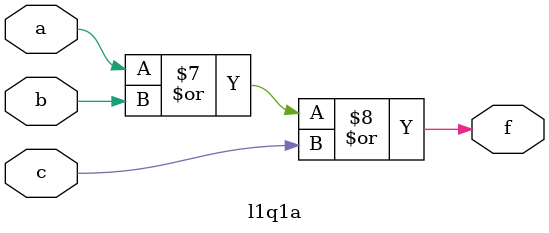
<source format=v>
module l1q1a(a, b, c, f);
input a, b, c;
output f;
and(x1, a, ~c);
and(x2, b, c);
and(x3, ~b, ~c);
or(f, a, b, c);
endmodule

</source>
